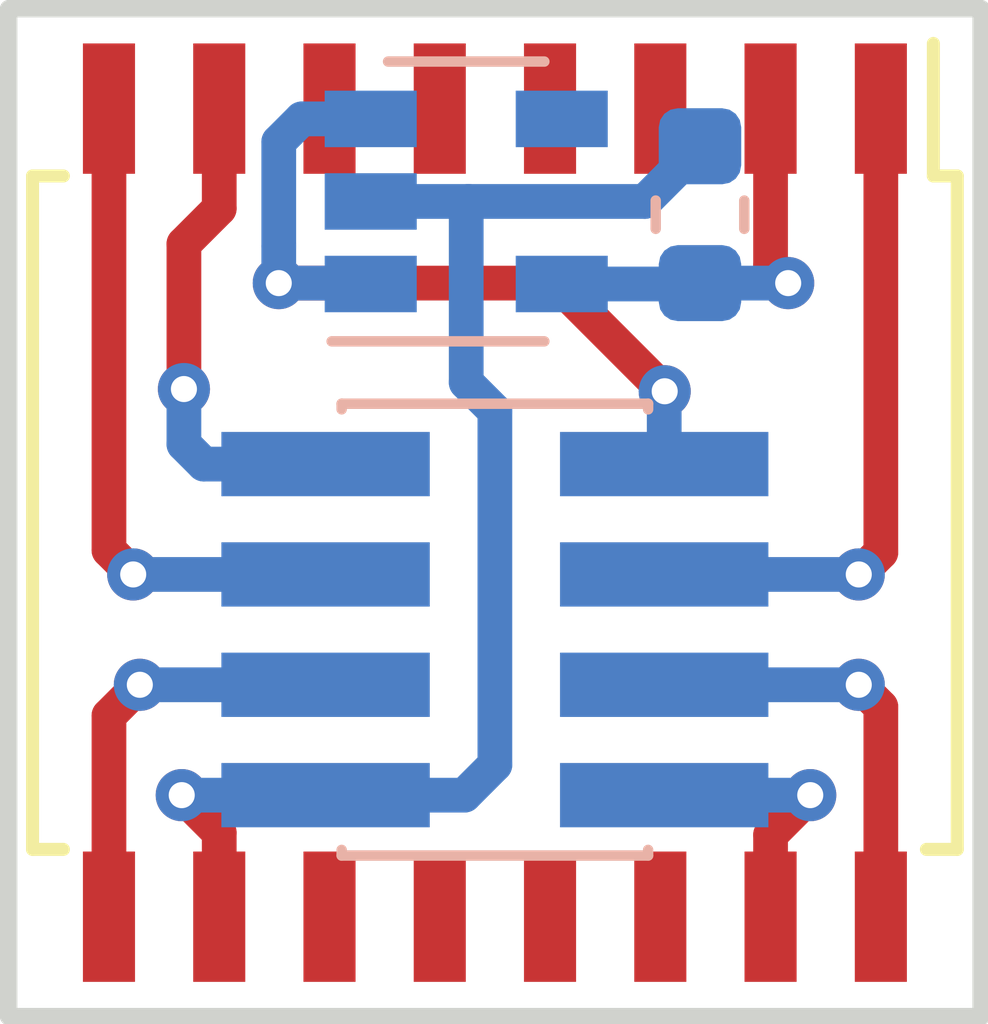
<source format=kicad_pcb>
(kicad_pcb (version 20171130) (host pcbnew "(5.1.2-1)-1")

  (general
    (thickness 1.6)
    (drawings 4)
    (tracks 59)
    (zones 0)
    (modules 4)
    (nets 10)
  )

  (page A4)
  (layers
    (0 F.Cu signal)
    (31 B.Cu signal)
    (32 B.Adhes user)
    (33 F.Adhes user)
    (34 B.Paste user)
    (35 F.Paste user)
    (36 B.SilkS user)
    (37 F.SilkS user)
    (38 B.Mask user)
    (39 F.Mask user)
    (40 Dwgs.User user)
    (41 Cmts.User user)
    (42 Eco1.User user)
    (43 Eco2.User user)
    (44 Edge.Cuts user)
    (45 Margin user)
    (46 B.CrtYd user)
    (47 F.CrtYd user)
    (48 B.Fab user hide)
    (49 F.Fab user hide)
  )

  (setup
    (last_trace_width 0.4)
    (trace_clearance 0.25)
    (zone_clearance 0.508)
    (zone_45_only no)
    (trace_min 0.15)
    (via_size 0.6)
    (via_drill 0.3)
    (via_min_size 0.6)
    (via_min_drill 0.3)
    (uvia_size 0.3)
    (uvia_drill 0.1)
    (uvias_allowed no)
    (uvia_min_size 0.2)
    (uvia_min_drill 0.1)
    (edge_width 0.15)
    (segment_width 0.2)
    (pcb_text_width 0.3)
    (pcb_text_size 1.5 1.5)
    (mod_edge_width 0.15)
    (mod_text_size 1 1)
    (mod_text_width 0.15)
    (pad_size 1.524 1.524)
    (pad_drill 0.762)
    (pad_to_mask_clearance 0.1)
    (aux_axis_origin 0 0)
    (visible_elements FFFFFF7F)
    (pcbplotparams
      (layerselection 0x010fc_ffffffff)
      (usegerberextensions true)
      (usegerberattributes false)
      (usegerberadvancedattributes false)
      (creategerberjobfile false)
      (excludeedgelayer true)
      (linewidth 0.100000)
      (plotframeref false)
      (viasonmask false)
      (mode 1)
      (useauxorigin false)
      (hpglpennumber 1)
      (hpglpenspeed 20)
      (hpglpendiameter 15.000000)
      (psnegative false)
      (psa4output false)
      (plotreference true)
      (plotvalue true)
      (plotinvisibletext false)
      (padsonsilk false)
      (subtractmaskfromsilk false)
      (outputformat 1)
      (mirror false)
      (drillshape 0)
      (scaleselection 1)
      (outputdirectory "../gerber/flash-adapter/reverse-polarity-protected-SOIC16/"))
  )

  (net 0 "")
  (net 1 /VCC)
  (net 2 /~CS)
  (net 3 /~HOLD)
  (net 4 /DQ1)
  (net 5 /CLK)
  (net 6 /~WP)
  (net 7 /DQ0)
  (net 8 /VCC_FLASH)
  (net 9 GND)

  (net_class Default "This is the default net class."
    (clearance 0.25)
    (trace_width 0.4)
    (via_dia 0.6)
    (via_drill 0.3)
    (uvia_dia 0.3)
    (uvia_drill 0.1)
    (add_net /CLK)
    (add_net /DQ0)
    (add_net /DQ1)
    (add_net /VCC)
    (add_net /VCC_FLASH)
    (add_net /~CS)
    (add_net /~HOLD)
    (add_net /~WP)
    (add_net GND)
  )

  (module Connector_PinHeader_1.27mm:PinHeader_2x04_P1.27mm_Vertical_SMD (layer B.Cu) (tedit 5B7CA74D) (tstamp 5B4DC93F)
    (at 99.9998 101.346 180)
    (descr "surface-mounted straight pin header, 2x04, 1.27mm pitch, double rows")
    (tags "Surface mounted pin header SMD 2x04 1.27mm double row")
    (path /5B4C09EB)
    (attr smd)
    (fp_text reference J101 (at 0 3.6 180) (layer B.Fab)
      (effects (font (size 1 1) (thickness 0.15)) (justify mirror))
    )
    (fp_text value Conn_02x04_Odd_Even (at 0 -3.6 180) (layer B.Fab)
      (effects (font (size 1 1) (thickness 0.15)) (justify mirror))
    )
    (fp_line (start 1.705 -2.54) (end -1.705 -2.54) (layer B.Fab) (width 0.1))
    (fp_line (start -1.27 2.54) (end 1.705 2.54) (layer B.Fab) (width 0.1))
    (fp_line (start -1.705 -2.54) (end -1.705 2.105) (layer B.Fab) (width 0.1))
    (fp_line (start -1.705 2.105) (end -1.27 2.54) (layer B.Fab) (width 0.1))
    (fp_line (start 1.705 2.54) (end 1.705 -2.54) (layer B.Fab) (width 0.1))
    (fp_line (start -1.705 2.105) (end -2.75 2.105) (layer B.Fab) (width 0.1))
    (fp_line (start -2.75 2.105) (end -2.75 1.705) (layer B.Fab) (width 0.1))
    (fp_line (start -2.75 1.705) (end -1.705 1.705) (layer B.Fab) (width 0.1))
    (fp_line (start 1.705 2.105) (end 2.75 2.105) (layer B.Fab) (width 0.1))
    (fp_line (start 2.75 2.105) (end 2.75 1.705) (layer B.Fab) (width 0.1))
    (fp_line (start 2.75 1.705) (end 1.705 1.705) (layer B.Fab) (width 0.1))
    (fp_line (start -1.705 0.835) (end -2.75 0.835) (layer B.Fab) (width 0.1))
    (fp_line (start -2.75 0.835) (end -2.75 0.435) (layer B.Fab) (width 0.1))
    (fp_line (start -2.75 0.435) (end -1.705 0.435) (layer B.Fab) (width 0.1))
    (fp_line (start 1.705 0.835) (end 2.75 0.835) (layer B.Fab) (width 0.1))
    (fp_line (start 2.75 0.835) (end 2.75 0.435) (layer B.Fab) (width 0.1))
    (fp_line (start 2.75 0.435) (end 1.705 0.435) (layer B.Fab) (width 0.1))
    (fp_line (start -1.705 -0.435) (end -2.75 -0.435) (layer B.Fab) (width 0.1))
    (fp_line (start -2.75 -0.435) (end -2.75 -0.835) (layer B.Fab) (width 0.1))
    (fp_line (start -2.75 -0.835) (end -1.705 -0.835) (layer B.Fab) (width 0.1))
    (fp_line (start 1.705 -0.435) (end 2.75 -0.435) (layer B.Fab) (width 0.1))
    (fp_line (start 2.75 -0.435) (end 2.75 -0.835) (layer B.Fab) (width 0.1))
    (fp_line (start 2.75 -0.835) (end 1.705 -0.835) (layer B.Fab) (width 0.1))
    (fp_line (start -1.705 -1.705) (end -2.75 -1.705) (layer B.Fab) (width 0.1))
    (fp_line (start -2.75 -1.705) (end -2.75 -2.105) (layer B.Fab) (width 0.1))
    (fp_line (start -2.75 -2.105) (end -1.705 -2.105) (layer B.Fab) (width 0.1))
    (fp_line (start 1.705 -1.705) (end 2.75 -1.705) (layer B.Fab) (width 0.1))
    (fp_line (start 2.75 -1.705) (end 2.75 -2.105) (layer B.Fab) (width 0.1))
    (fp_line (start 2.75 -2.105) (end 1.705 -2.105) (layer B.Fab) (width 0.1))
    (fp_line (start -1.765 2.6) (end 1.765 2.6) (layer B.SilkS) (width 0.12))
    (fp_line (start -1.765 -2.6) (end 1.765 -2.6) (layer B.SilkS) (width 0.12))
    (fp_line (start -1.765 2.6) (end -1.765 2.535) (layer B.SilkS) (width 0.12))
    (fp_line (start 1.765 2.6) (end 1.765 2.535) (layer B.SilkS) (width 0.12))
    (fp_line (start -1.765 -2.535) (end -1.765 -2.6) (layer B.SilkS) (width 0.12))
    (fp_line (start 1.765 -2.535) (end 1.765 -2.6) (layer B.SilkS) (width 0.12))
    (fp_line (start -4.3 3.05) (end -4.3 -3.05) (layer B.CrtYd) (width 0.05))
    (fp_line (start -4.3 -3.05) (end 4.3 -3.05) (layer B.CrtYd) (width 0.05))
    (fp_line (start 4.3 -3.05) (end 4.3 3.05) (layer B.CrtYd) (width 0.05))
    (fp_line (start 4.3 3.05) (end -4.3 3.05) (layer B.CrtYd) (width 0.05))
    (fp_text user %R (at 0 0 90) (layer B.Fab)
      (effects (font (size 1 1) (thickness 0.15)) (justify mirror))
    )
    (pad 1 smd rect (at -1.95 1.905 180) (size 2.4 0.74) (layers B.Cu B.Paste B.Mask)
      (net 1 /VCC))
    (pad 2 smd rect (at 1.95 1.905 180) (size 2.4 0.74) (layers B.Cu B.Paste B.Mask)
      (net 2 /~CS))
    (pad 3 smd rect (at -1.95 0.635 180) (size 2.4 0.74) (layers B.Cu B.Paste B.Mask)
      (net 3 /~HOLD))
    (pad 4 smd rect (at 1.95 0.635 180) (size 2.4 0.74) (layers B.Cu B.Paste B.Mask)
      (net 4 /DQ1))
    (pad 5 smd rect (at -1.95 -0.635 180) (size 2.4 0.74) (layers B.Cu B.Paste B.Mask)
      (net 5 /CLK))
    (pad 6 smd rect (at 1.95 -0.635 180) (size 2.4 0.74) (layers B.Cu B.Paste B.Mask)
      (net 6 /~WP))
    (pad 7 smd rect (at -1.95 -1.905 180) (size 2.4 0.74) (layers B.Cu B.Paste B.Mask)
      (net 7 /DQ0))
    (pad 8 smd rect (at 1.95 -1.905 180) (size 2.4 0.74) (layers B.Cu B.Paste B.Mask)
      (net 9 GND))
    (model ${KISYS3DMOD}/Connector_PinHeader_1.27mm.3dshapes/PinHeader_2x04_P1.27mm_Vertical_SMD.wrl
      (at (xyz 0 0 0))
      (scale (xyz 1 1 1))
      (rotate (xyz 0 0 0))
    )
  )

  (module Capacitor_SMD:C_0603_1608Metric (layer B.Cu) (tedit 5B4BCAD1) (tstamp 5B4C9D92)
    (at 102.362 96.5708 90)
    (descr "Capacitor SMD 0603 (1608 Metric), square (rectangular) end terminal, IPC_7351 nominal, (Body size source: http://www.tortai-tech.com/upload/download/2011102023233369053.pdf), generated with kicad-footprint-generator")
    (tags capacitor)
    (path /5B4BD581)
    (attr smd)
    (fp_text reference C101 (at 0 1.43 270) (layer B.Fab)
      (effects (font (size 1 1) (thickness 0.15)) (justify mirror))
    )
    (fp_text value 100n (at 0 -1.43 270) (layer B.Fab)
      (effects (font (size 1 1) (thickness 0.15)) (justify mirror))
    )
    (fp_line (start -0.8 -0.4) (end -0.8 0.4) (layer B.Fab) (width 0.1))
    (fp_line (start -0.8 0.4) (end 0.8 0.4) (layer B.Fab) (width 0.1))
    (fp_line (start 0.8 0.4) (end 0.8 -0.4) (layer B.Fab) (width 0.1))
    (fp_line (start 0.8 -0.4) (end -0.8 -0.4) (layer B.Fab) (width 0.1))
    (fp_line (start -0.162779 0.51) (end 0.162779 0.51) (layer B.SilkS) (width 0.12))
    (fp_line (start -0.162779 -0.51) (end 0.162779 -0.51) (layer B.SilkS) (width 0.12))
    (fp_line (start -1.48 -0.73) (end -1.48 0.73) (layer B.CrtYd) (width 0.05))
    (fp_line (start -1.48 0.73) (end 1.48 0.73) (layer B.CrtYd) (width 0.05))
    (fp_line (start 1.48 0.73) (end 1.48 -0.73) (layer B.CrtYd) (width 0.05))
    (fp_line (start 1.48 -0.73) (end -1.48 -0.73) (layer B.CrtYd) (width 0.05))
    (fp_text user %R (at 0 0 270) (layer B.Fab)
      (effects (font (size 0.4 0.4) (thickness 0.06)) (justify mirror))
    )
    (pad 1 smd roundrect (at -0.7875 0 90) (size 0.875 0.95) (layers B.Cu B.Paste B.Mask) (roundrect_rratio 0.25)
      (net 8 /VCC_FLASH))
    (pad 2 smd roundrect (at 0.7875 0 90) (size 0.875 0.95) (layers B.Cu B.Paste B.Mask) (roundrect_rratio 0.25)
      (net 9 GND))
    (model ${KISYS3DMOD}/Capacitor_SMD.3dshapes/C_0603_1608Metric.wrl
      (at (xyz 0 0 0))
      (scale (xyz 1 1 1))
      (rotate (xyz 0 0 0))
    )
  )

  (module Package_SO:SOIC-16W_7.5x10.3mm_P1.27mm (layer F.Cu) (tedit 5B74E329) (tstamp 5B74E425)
    (at 100 100 270)
    (descr "16-Lead Plastic Small Outline (SO) - Wide, 7.50 mm Body [SOIC] (see Microchip Packaging Specification 00000049BS.pdf)")
    (tags "SOIC 1.27")
    (path /5B74E4F2)
    (attr smd)
    (fp_text reference U101 (at 0 -6.25 270) (layer F.Fab)
      (effects (font (size 1 1) (thickness 0.15)))
    )
    (fp_text value W25Q64FVSF (at 0 6.25 270) (layer F.Fab)
      (effects (font (size 1 1) (thickness 0.15)))
    )
    (fp_text user %R (at 0 0 270) (layer F.Fab)
      (effects (font (size 1 1) (thickness 0.15)))
    )
    (fp_line (start -2.75 -5.15) (end 3.75 -5.15) (layer F.Fab) (width 0.15))
    (fp_line (start 3.75 -5.15) (end 3.75 5.15) (layer F.Fab) (width 0.15))
    (fp_line (start 3.75 5.15) (end -3.75 5.15) (layer F.Fab) (width 0.15))
    (fp_line (start -3.75 5.15) (end -3.75 -4.15) (layer F.Fab) (width 0.15))
    (fp_line (start -3.75 -4.15) (end -2.75 -5.15) (layer F.Fab) (width 0.15))
    (fp_line (start -5.65 -5.5) (end -5.65 5.5) (layer F.CrtYd) (width 0.05))
    (fp_line (start 5.65 -5.5) (end 5.65 5.5) (layer F.CrtYd) (width 0.05))
    (fp_line (start -5.65 -5.5) (end 5.65 -5.5) (layer F.CrtYd) (width 0.05))
    (fp_line (start -5.65 5.5) (end 5.65 5.5) (layer F.CrtYd) (width 0.05))
    (fp_line (start -3.875 -5.325) (end -3.875 -5.05) (layer F.SilkS) (width 0.15))
    (fp_line (start 3.875 -5.325) (end 3.875 -4.97) (layer F.SilkS) (width 0.15))
    (fp_line (start 3.875 5.325) (end 3.875 4.97) (layer F.SilkS) (width 0.15))
    (fp_line (start -3.875 5.325) (end -3.875 4.97) (layer F.SilkS) (width 0.15))
    (fp_line (start -3.875 -5.325) (end 3.875 -5.325) (layer F.SilkS) (width 0.15))
    (fp_line (start -3.875 5.325) (end 3.875 5.325) (layer F.SilkS) (width 0.15))
    (fp_line (start -3.875 -5.05) (end -5.4 -5.05) (layer F.SilkS) (width 0.15))
    (pad 1 smd rect (at -4.65 -4.445 270) (size 1.5 0.6) (layers F.Cu F.Paste F.Mask)
      (net 3 /~HOLD))
    (pad 2 smd rect (at -4.65 -3.175 270) (size 1.5 0.6) (layers F.Cu F.Paste F.Mask)
      (net 8 /VCC_FLASH))
    (pad 3 smd rect (at -4.65 -1.905 270) (size 1.5 0.6) (layers F.Cu F.Paste F.Mask))
    (pad 4 smd rect (at -4.65 -0.635 270) (size 1.5 0.6) (layers F.Cu F.Paste F.Mask))
    (pad 5 smd rect (at -4.65 0.635 270) (size 1.5 0.6) (layers F.Cu F.Paste F.Mask))
    (pad 6 smd rect (at -4.65 1.905 270) (size 1.5 0.6) (layers F.Cu F.Paste F.Mask))
    (pad 7 smd rect (at -4.65 3.175 270) (size 1.5 0.6) (layers F.Cu F.Paste F.Mask)
      (net 2 /~CS))
    (pad 8 smd rect (at -4.65 4.445 270) (size 1.5 0.6) (layers F.Cu F.Paste F.Mask)
      (net 4 /DQ1))
    (pad 9 smd rect (at 4.65 4.445 270) (size 1.5 0.6) (layers F.Cu F.Paste F.Mask)
      (net 6 /~WP))
    (pad 10 smd rect (at 4.65 3.175 270) (size 1.5 0.6) (layers F.Cu F.Paste F.Mask)
      (net 9 GND))
    (pad 11 smd rect (at 4.65 1.905 270) (size 1.5 0.6) (layers F.Cu F.Paste F.Mask))
    (pad 12 smd rect (at 4.65 0.635 270) (size 1.5 0.6) (layers F.Cu F.Paste F.Mask))
    (pad 13 smd rect (at 4.65 -0.635 270) (size 1.5 0.6) (layers F.Cu F.Paste F.Mask))
    (pad 14 smd rect (at 4.65 -1.905 270) (size 1.5 0.6) (layers F.Cu F.Paste F.Mask))
    (pad 15 smd rect (at 4.65 -3.175 270) (size 1.5 0.6) (layers F.Cu F.Paste F.Mask)
      (net 7 /DQ0))
    (pad 16 smd rect (at 4.65 -4.445 270) (size 1.5 0.6) (layers F.Cu F.Paste F.Mask)
      (net 5 /CLK))
    (model ${KISYS3DMOD}/Package_SO.3dshapes/SOIC-16W_7.5x10.3mm_P1.27mm.wrl
      (at (xyz 0 0 0))
      (scale (xyz 1 1 1))
      (rotate (xyz 0 0 0))
    )
  )

  (module Package_TO_SOT_SMD:SOT-23-5 (layer B.Cu) (tedit 5A02FF57) (tstamp 5CF87F1F)
    (at 99.6696 96.4184)
    (descr "5-pin SOT23 package")
    (tags SOT-23-5)
    (path /5CF83253)
    (attr smd)
    (fp_text reference U102 (at 0 2.9) (layer B.Fab)
      (effects (font (size 1 1) (thickness 0.15)) (justify mirror))
    )
    (fp_text value MAX40200AUK (at 0 -2.9) (layer B.Fab)
      (effects (font (size 1 1) (thickness 0.15)) (justify mirror))
    )
    (fp_text user %R (at 0 0 270) (layer B.Fab)
      (effects (font (size 0.5 0.5) (thickness 0.075)) (justify mirror))
    )
    (fp_line (start -0.9 -1.61) (end 0.9 -1.61) (layer B.SilkS) (width 0.12))
    (fp_line (start 0.9 1.61) (end -1.55 1.61) (layer B.SilkS) (width 0.12))
    (fp_line (start -1.9 1.8) (end 1.9 1.8) (layer B.CrtYd) (width 0.05))
    (fp_line (start 1.9 1.8) (end 1.9 -1.8) (layer B.CrtYd) (width 0.05))
    (fp_line (start 1.9 -1.8) (end -1.9 -1.8) (layer B.CrtYd) (width 0.05))
    (fp_line (start -1.9 -1.8) (end -1.9 1.8) (layer B.CrtYd) (width 0.05))
    (fp_line (start -0.9 0.9) (end -0.25 1.55) (layer B.Fab) (width 0.1))
    (fp_line (start 0.9 1.55) (end -0.25 1.55) (layer B.Fab) (width 0.1))
    (fp_line (start -0.9 0.9) (end -0.9 -1.55) (layer B.Fab) (width 0.1))
    (fp_line (start 0.9 -1.55) (end -0.9 -1.55) (layer B.Fab) (width 0.1))
    (fp_line (start 0.9 1.55) (end 0.9 -1.55) (layer B.Fab) (width 0.1))
    (pad 1 smd rect (at -1.1 0.95) (size 1.06 0.65) (layers B.Cu B.Paste B.Mask)
      (net 1 /VCC))
    (pad 2 smd rect (at -1.1 0) (size 1.06 0.65) (layers B.Cu B.Paste B.Mask)
      (net 9 GND))
    (pad 3 smd rect (at -1.1 -0.95) (size 1.06 0.65) (layers B.Cu B.Paste B.Mask)
      (net 1 /VCC))
    (pad 4 smd rect (at 1.1 -0.95) (size 1.06 0.65) (layers B.Cu B.Paste B.Mask))
    (pad 5 smd rect (at 1.1 0.95) (size 1.06 0.65) (layers B.Cu B.Paste B.Mask)
      (net 8 /VCC_FLASH))
    (model ${KISYS3DMOD}/Package_TO_SOT_SMD.3dshapes/SOT-23-5.wrl
      (at (xyz 0 0 0))
      (scale (xyz 1 1 1))
      (rotate (xyz 0 0 0))
    )
  )

  (gr_line (start 94.4 94.2) (end 94.4 105.8) (layer Edge.Cuts) (width 0.2))
  (gr_line (start 94.4 105.8) (end 105.6 105.8) (layer Edge.Cuts) (width 0.2))
  (gr_line (start 105.6 94.2) (end 105.6 105.8) (layer Edge.Cuts) (width 0.2))
  (gr_line (start 94.4 94.2) (end 105.6 94.2) (layer Edge.Cuts) (width 0.2))

  (via (at 101.9556 98.6028) (size 0.6) (drill 0.3) (layers F.Cu B.Cu) (net 1))
  (segment (start 101.9498 98.6086) (end 101.9556 98.6028) (width 0.4) (layer B.Cu) (net 1))
  (segment (start 101.9498 99.441) (end 101.9498 98.6086) (width 0.4) (layer B.Cu) (net 1))
  (via (at 97.5106 97.3582) (size 0.6) (drill 0.3) (layers F.Cu B.Cu) (net 1))
  (segment (start 100.711 97.3582) (end 97.5106 97.3582) (width 0.4) (layer F.Cu) (net 1))
  (segment (start 101.9556 98.6028) (end 100.711 97.3582) (width 0.4) (layer F.Cu) (net 1))
  (segment (start 98.5594 97.3582) (end 98.5696 97.3684) (width 0.4) (layer B.Cu) (net 1))
  (segment (start 97.5106 97.3582) (end 98.5594 97.3582) (width 0.4) (layer B.Cu) (net 1))
  (segment (start 97.5106 96.933936) (end 97.5106 97.3582) (width 0.4) (layer B.Cu) (net 1))
  (segment (start 97.5106 95.7326) (end 97.5106 96.933936) (width 0.4) (layer B.Cu) (net 1))
  (segment (start 97.7748 95.4684) (end 97.5106 95.7326) (width 0.4) (layer B.Cu) (net 1))
  (segment (start 98.5696 95.4684) (end 97.7748 95.4684) (width 0.4) (layer B.Cu) (net 1))
  (segment (start 96.825 96.5) (end 96.4184 96.9066) (width 0.4) (layer F.Cu) (net 2))
  (segment (start 96.825 95.35) (end 96.825 96.5) (width 0.4) (layer F.Cu) (net 2))
  (via (at 96.4184 98.5774) (size 0.6) (drill 0.3) (layers F.Cu B.Cu) (net 2))
  (segment (start 96.4184 96.9066) (end 96.4184 98.5774) (width 0.4) (layer F.Cu) (net 2))
  (segment (start 96.4184 99.2124) (end 96.4184 98.5774) (width 0.4) (layer B.Cu) (net 2))
  (segment (start 96.647 99.441) (end 96.4184 99.2124) (width 0.4) (layer B.Cu) (net 2))
  (segment (start 98.0498 99.441) (end 96.647 99.441) (width 0.4) (layer B.Cu) (net 2))
  (via (at 104.1908 100.711) (size 0.6) (drill 0.3) (layers F.Cu B.Cu) (net 3))
  (segment (start 104.445 100.4568) (end 104.1908 100.711) (width 0.4) (layer F.Cu) (net 3))
  (segment (start 104.445 95.35) (end 104.445 100.4568) (width 0.4) (layer F.Cu) (net 3))
  (segment (start 104.1908 100.711) (end 101.9498 100.711) (width 0.4) (layer B.Cu) (net 3))
  (via (at 95.8342 100.711) (size 0.6) (drill 0.3) (layers F.Cu B.Cu) (net 4))
  (segment (start 95.555 100.4318) (end 95.8342 100.711) (width 0.4) (layer F.Cu) (net 4))
  (segment (start 95.555 95.35) (end 95.555 100.4318) (width 0.4) (layer F.Cu) (net 4))
  (segment (start 95.8342 100.711) (end 98.0498 100.711) (width 0.4) (layer B.Cu) (net 4))
  (via (at 104.1908 101.981) (size 0.6) (drill 0.3) (layers F.Cu B.Cu) (net 5))
  (segment (start 104.445 102.2352) (end 104.1908 101.981) (width 0.4) (layer F.Cu) (net 5))
  (segment (start 104.445 104.65) (end 104.445 102.2352) (width 0.4) (layer F.Cu) (net 5))
  (segment (start 104.1908 101.981) (end 101.9498 101.981) (width 0.4) (layer B.Cu) (net 5))
  (via (at 95.9104 101.981) (size 0.6) (drill 0.3) (layers F.Cu B.Cu) (net 6))
  (segment (start 95.555 102.3364) (end 95.9104 101.981) (width 0.4) (layer F.Cu) (net 6))
  (segment (start 95.555 104.65) (end 95.555 102.3364) (width 0.4) (layer F.Cu) (net 6))
  (segment (start 95.9104 101.981) (end 98.0498 101.981) (width 0.4) (layer B.Cu) (net 6))
  (via (at 103.632 103.251) (size 0.6) (drill 0.3) (layers F.Cu B.Cu) (net 7))
  (segment (start 103.175 103.708) (end 103.632 103.251) (width 0.4) (layer F.Cu) (net 7))
  (segment (start 103.175 104.65) (end 103.175 103.708) (width 0.4) (layer F.Cu) (net 7))
  (segment (start 103.632 103.251) (end 101.9498 103.251) (width 0.4) (layer B.Cu) (net 7))
  (via (at 103.378 97.3582) (size 0.6) (drill 0.3) (layers F.Cu B.Cu) (net 8))
  (segment (start 103.175 97.1552) (end 103.378 97.3582) (width 0.4) (layer F.Cu) (net 8))
  (segment (start 103.175 95.35) (end 103.175 97.1552) (width 0.4) (layer F.Cu) (net 8))
  (segment (start 102.3621 97.3582) (end 102.362 97.3583) (width 0.4) (layer B.Cu) (net 8))
  (segment (start 103.378 97.3582) (end 102.3621 97.3582) (width 0.4) (layer B.Cu) (net 8))
  (segment (start 102.3519 97.3684) (end 102.362 97.3583) (width 0.4) (layer B.Cu) (net 8))
  (segment (start 100.7696 97.3684) (end 102.3519 97.3684) (width 0.4) (layer B.Cu) (net 8))
  (via (at 96.393 103.251) (size 0.6) (drill 0.3) (layers F.Cu B.Cu) (net 9))
  (segment (start 96.825 103.683) (end 96.393 103.251) (width 0.4) (layer F.Cu) (net 9))
  (segment (start 96.825 104.65) (end 96.825 103.683) (width 0.4) (layer F.Cu) (net 9))
  (segment (start 96.393 103.251) (end 98.0498 103.251) (width 0.4) (layer B.Cu) (net 9))
  (segment (start 102.362 95.7833) (end 101.7269 96.4184) (width 0.4) (layer B.Cu) (net 9))
  (segment (start 99.6696 96.4438) (end 99.695 96.4184) (width 0.4) (layer B.Cu) (net 9))
  (segment (start 99.9998 98.8314) (end 99.6696 98.5012) (width 0.4) (layer B.Cu) (net 9))
  (segment (start 99.6696 98.5012) (end 99.6696 96.4438) (width 0.4) (layer B.Cu) (net 9))
  (segment (start 99.9998 102.901) (end 99.9998 98.8314) (width 0.4) (layer B.Cu) (net 9))
  (segment (start 99.6498 103.251) (end 99.9998 102.901) (width 0.4) (layer B.Cu) (net 9))
  (segment (start 98.0498 103.251) (end 99.6498 103.251) (width 0.4) (layer B.Cu) (net 9))
  (segment (start 99.695 96.4184) (end 98.5696 96.4184) (width 0.4) (layer B.Cu) (net 9))
  (segment (start 101.7269 96.4184) (end 99.695 96.4184) (width 0.4) (layer B.Cu) (net 9))

)

</source>
